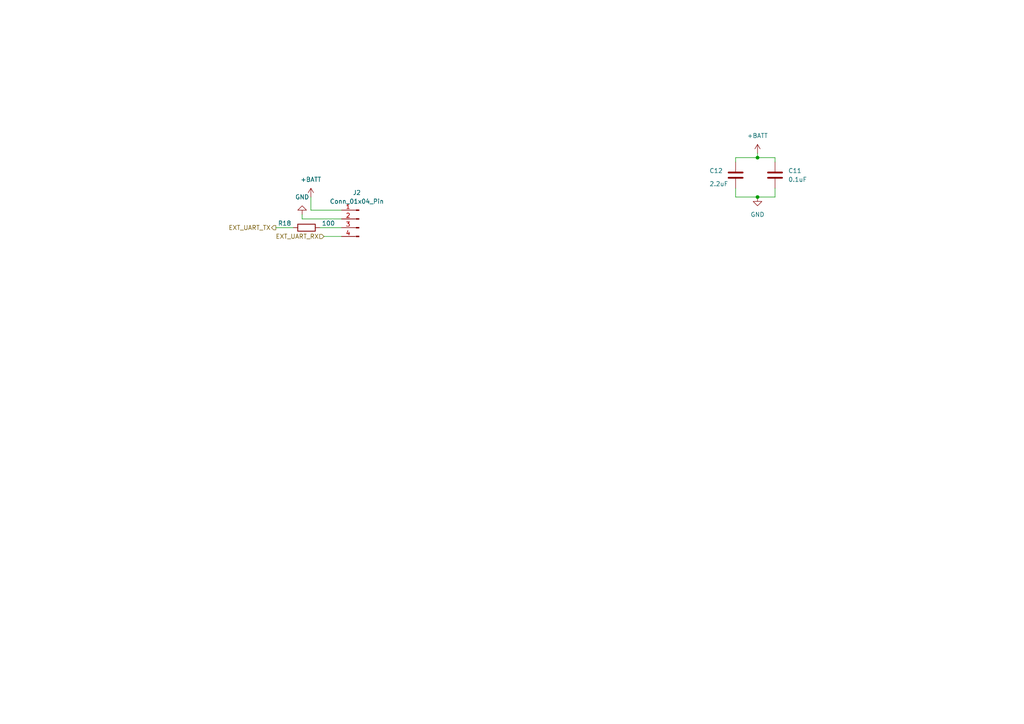
<source format=kicad_sch>
(kicad_sch (version 20230121) (generator eeschema)
  (paper "A4")
  (lib_symbols
    (symbol "Connector:Conn_01x04_Pin" (pin_names (offset 1.016) hide)
      (property "Reference" "J" (at 0 5.08 0))
      (property "Value" "Conn_01x04_Pin" (at 0 -7.62 0))
      (symbol "Conn_01x04_Pin_1_1"
        (polyline (pts (xy 1.27 -5.08) (xy 0.8636 -5.08)) (stroke (width 0.1524)))
        (polyline (pts (xy 1.27 -2.54) (xy 0.8636 -2.54)) (stroke (width 0.1524)))
        (polyline (pts (xy 1.27 0) (xy 0.8636 0)) (stroke (width 0.1524)))
        (polyline (pts (xy 1.27 2.54) (xy 0.8636 2.54)) (stroke (width 0.1524)))
        (rectangle (start 0.8636 -4.953) (end 0 -5.207) (stroke (width 0.1524)) (fill (type outline)))
        (rectangle (start 0.8636 -2.413) (end 0 -2.667) (stroke (width 0.1524)) (fill (type outline)))
        (rectangle (start 0.8636 0.127) (end 0 -0.127) (stroke (width 0.1524)) (fill (type outline)))
        (rectangle (start 0.8636 2.667) (end 0 2.413) (stroke (width 0.1524)) (fill (type outline)))
        (pin passive line (at 5.08 2.54 180) (length 3.81) (name "Pin_1") (number "1"))
        (pin passive line (at 5.08 0 180) (length 3.81) (name "Pin_2") (number "2"))
        (pin passive line (at 5.08 -2.54 180) (length 3.81) (name "Pin_3") (number "3"))
        (pin passive line (at 5.08 -5.08 180) (length 3.81) (name "Pin_4") (number "4"))
      )
    )
    (symbol "Device:C" (pin_numbers hide) (pin_names (offset 0.254))
      (property "Reference" "C" (at 0.635 2.54 0))
      (property "Value" "C" (at 0.635 -2.54 0))
      (symbol "C_0_1"
        (polyline (pts (xy -2.032 -0.762) (xy 2.032 -0.762)) (stroke (width 0.508)))
        (polyline (pts (xy -2.032 0.762) (xy 2.032 0.762)) (stroke (width 0.508)))
      )
      (symbol "C_1_1"
        (pin passive line (at 0 3.81 270) (length 2.794) (name "~") (number "1"))
        (pin passive line (at 0 -3.81 90) (length 2.794) (name "~") (number "2"))
      )
    )
    (symbol "Device:R" (pin_numbers hide) (pin_names (offset 0))
      (property "Reference" "R" (at 2.032 0 90))
      (property "Value" "R" (at 0 0 90))
      (symbol "R_0_1"
        (rectangle (start -1.016 -2.54) (end 1.016 2.54) (stroke (width 0.254)))
      )
      (symbol "R_1_1"
        (pin passive line (at 0 3.81 270) (length 1.27) (name "~") (number "1"))
        (pin passive line (at 0 -3.81 90) (length 1.27) (name "~") (number "2"))
      )
    )
    (symbol "power:+BATT" (power) (pin_names (offset 0))
      (property "Value" "+BATT" (at 0 3.556 0))
      (symbol "+BATT_0_1"
        (polyline (pts (xy -0.762 1.27) (xy 0 2.54)))
        (polyline (pts (xy 0 0) (xy 0 2.54)))
        (polyline (pts (xy 0 2.54) (xy 0.762 1.27)))
      )
      (symbol "+BATT_1_1"
        (pin power_in line (at 0 0 90) (length 0) hide (name "+BATT") (number "1"))
      )
    )
    (symbol "power:GND" (power) (pin_names (offset 0))
      (property "Value" "GND" (at 0 -3.81 0))
      (symbol "GND_0_1"
        (polyline (pts (xy 0 0) (xy 0 -1.27) (xy 1.27 -1.27) (xy 0 -2.54) (xy -1.27 -1.27) (xy 0 -1.27)))
      )
      (symbol "GND_1_1"
        (pin power_in line (at 0 0 270) (length 0) hide (name "GND") (number "1"))
      )
    )
  )
  (junction (at 219.71 57.15))
  (junction (at 219.71 45.72))
  (wire (pts (xy 213.36 54.61) (xy 213.36 57.15)))
  (wire (pts (xy 87.63 63.5) (xy 99.06 63.5)))
  (wire (pts (xy 224.79 54.61) (xy 224.79 57.15)))
  (wire (pts (xy 213.36 45.72) (xy 219.71 45.72)))
  (wire (pts (xy 87.63 62.23) (xy 87.63 63.5)))
  (wire (pts (xy 90.17 60.96) (xy 90.17 57.15)))
  (wire (pts (xy 224.79 45.72) (xy 219.71 45.72)))
  (wire (pts (xy 213.36 45.72) (xy 213.36 46.99)))
  (wire (pts (xy 219.71 45.72) (xy 219.71 44.45)))
  (wire (pts (xy 93.98 68.58) (xy 99.06 68.58)))
  (wire (pts (xy 224.79 57.15) (xy 219.71 57.15)))
  (wire (pts (xy 92.71 66.04) (xy 99.06 66.04)))
  (wire (pts (xy 224.79 45.72) (xy 224.79 46.99)))
  (wire (pts (xy 90.17 60.96) (xy 99.06 60.96)))
  (wire (pts (xy 213.36 57.15) (xy 219.71 57.15)))
  (wire (pts (xy 80.01 66.04) (xy 85.09 66.04)))
  (hierarchical_label "EXT_UART_TX" (shape output) (at 80.01 66.04 180))
  (hierarchical_label "EXT_UART_RX" (shape input) (at 93.98 68.58 180))
  (symbol (lib_id "power:GND") (at 87.63 62.23 0) (mirror x) (unit 1)
    (property "Reference" "#PWR014" (effects hide))
    (property "Value" "GND" (at 87.63 57.15 0))
  )
  (symbol (lib_id "Device:R") (at 88.9 66.04 90) (unit 1)
    (property "Reference" "R18" (at 82.55 64.77 90))
    (property "Value" "100" (at 95.25 64.77 90))
    (property "Footprint" "Resistor_SMD:R_0603_1608Metric" (effects hide))
  )
  (symbol (lib_id "Connector:Conn_01x04_Pin") (at 104.14 63.5 0) (mirror y) (unit 1)
    (property "Reference" "J2" (at 103.505 55.88 0))
    (property "Value" "Conn_01x04_Pin" (at 103.505 58.42 0))
  )
  (symbol (lib_id "Device:C") (at 213.36 50.8 0) (unit 1)
    (property "Reference" "C12" (at 205.74 49.53 0) (effects (justify left)))
    (property "Value" "2.2uF" (at 205.74 53.34 0) (effects (justify left)))
    (property "Footprint" "Capacitor_SMD:C_0603_1608Metric" (effects hide))
    (instances (project "minimouse" (path "" (reference "C12") (unit 1)) (path "" (reference "C9") (unit 1)) (path "" (reference "C17") (unit 1)) (path "" (reference "C19") (unit 1))))
  )
  (symbol (lib_id "power:GND") (at 219.71 57.15 0) (unit 1)
    (property "Reference" "#PWR027" (effects hide))
    (property "Value" "GND" (at 219.71 62.23 0))
    (instances (project "minimouse" (path "" (reference "#PWR027") (unit 1)) (path "" (reference "#PWR035") (unit 1)) (path "" (reference "#PWR039") (unit 1)) (path "" (reference "#PWR041") (unit 1))))
  )
  (symbol (lib_id "power:+BATT") (at 219.71 44.45 0) (unit 1)
    (property "Reference" "#PWR026" (effects hide))
    (property "Value" "+BATT" (at 219.71 39.37 0))
    (instances (project "minimouse" (path "" (reference "#PWR026") (unit 1)) (path "" (reference "#PWR034") (unit 1)) (path "" (reference "#PWR038") (unit 1)) (path "" (reference "#PWR040") (unit 1))))
  )
  (symbol (lib_id "power:+BATT") (at 90.17 57.15 0) (unit 1)
    (property "Reference" "#PWR015" (effects hide))
    (property "Value" "+BATT" (at 90.17 52.07 0))
  )
  (symbol (lib_id "Device:C") (at 224.79 50.8 0) (unit 1)
    (property "Reference" "C11" (at 228.6 49.53 0) (effects (justify left)))
    (property "Value" "0.1uF" (at 228.6 52.07 0) (effects (justify left)))
    (property "Footprint" "Capacitor_SMD:C_0603_1608Metric" (effects hide))
    (instances (project "minimouse" (path "" (reference "C11") (unit 1)) (path "" (reference "C16") (unit 1)) (path "" (reference "C18") (unit 1)) (path "" (reference "C20") (unit 1))))
  )
)
</source>
